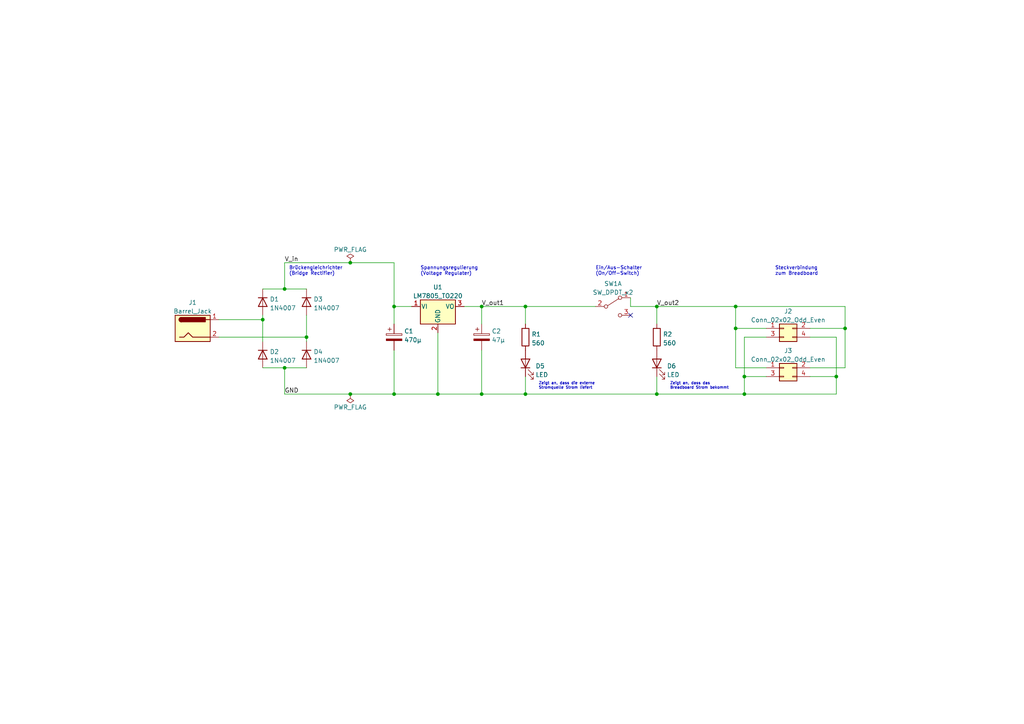
<source format=kicad_sch>
(kicad_sch (version 20211123) (generator eeschema)
  (paper "A4")
  (title_block (title "Stromversorgung für Breadboard") (date "2022-09-23") (rev "1") (company "Aus dem Buch \"KiCad like a Pro\" von Dr. Peter Dalmaris, txplore.com") (comment 1 "DHBW Karlsruhe / Studiengang Wirtschaftsinformatik / Wahlmodul IoT") (comment 2 "Dennis Schulmeister-Zimolong"))
  (lib_symbols
    (symbol "Connector:Barrel_Jack" (pin_names (offset 1.016))
      (property "Reference" "J" (at 0 5.334 0))
      (property "Value" "Barrel_Jack" (at 0 -5.08 0))
      (symbol "Barrel_Jack_0_1"
        (rectangle (start -5.08 3.81) (end 5.08 -3.81) (stroke (width 0.254)) (fill (type background)))
        (arc (start -3.302 3.175) (mid -3.937 2.54) (end -3.302 1.905) (stroke (width 0.254)))
        (arc (start -3.302 3.175) (mid -3.937 2.54) (end -3.302 1.905) (stroke (width 0.254)) (fill (type outline)))
        (polyline (pts (xy 5.08 2.54) (xy 3.81 2.54)) (stroke (width 0.254)))
        (polyline (pts (xy -3.81 -2.54) (xy -2.54 -2.54) (xy -1.27 -1.27) (xy 0 -2.54) (xy 2.54 -2.54) (xy 5.08 -2.54)) (stroke (width 0.254)))
        (rectangle (start 3.683 3.175) (end -3.302 1.905) (stroke (width 0.254)) (fill (type outline)))
      )
      (symbol "Barrel_Jack_1_1"
        (pin passive line (at 7.62 2.54 180) (length 2.54) (name "~") (number "1"))
        (pin passive line (at 7.62 -2.54 180) (length 2.54) (name "~") (number "2"))
      )
    )
    (symbol "Connector_Generic:Conn_02x02_Odd_Even" (pin_names (offset 1.016) hide)
      (property "Reference" "J" (at 1.27 2.54 0))
      (property "Value" "Conn_02x02_Odd_Even" (at 1.27 -5.08 0))
      (symbol "Conn_02x02_Odd_Even_1_1"
        (rectangle (start -1.27 -2.413) (end 0 -2.667) (stroke (width 0.1524)))
        (rectangle (start -1.27 0.127) (end 0 -0.127) (stroke (width 0.1524)))
        (rectangle (start -1.27 1.27) (end 3.81 -3.81) (stroke (width 0.254)) (fill (type background)))
        (rectangle (start 3.81 -2.413) (end 2.54 -2.667) (stroke (width 0.1524)))
        (rectangle (start 3.81 0.127) (end 2.54 -0.127) (stroke (width 0.1524)))
        (pin passive line (at -5.08 0 0) (length 3.81) (name "Pin_1") (number "1"))
        (pin passive line (at 7.62 0 180) (length 3.81) (name "Pin_2") (number "2"))
        (pin passive line (at -5.08 -2.54 0) (length 3.81) (name "Pin_3") (number "3"))
        (pin passive line (at 7.62 -2.54 180) (length 3.81) (name "Pin_4") (number "4"))
      )
    )
    (symbol "Device:C_Polarized" (pin_numbers hide) (pin_names (offset 0.254))
      (property "Reference" "C" (at 0.635 2.54 0))
      (property "Value" "C_Polarized" (at 0.635 -2.54 0))
      (symbol "C_Polarized_0_1"
        (rectangle (start -2.286 0.508) (end 2.286 1.016))
        (polyline (pts (xy -1.778 2.286) (xy -0.762 2.286)))
        (polyline (pts (xy -1.27 2.794) (xy -1.27 1.778)))
        (rectangle (start 2.286 -0.508) (end -2.286 -1.016) (fill (type outline)))
      )
      (symbol "C_Polarized_1_1"
        (pin passive line (at 0 3.81 270) (length 2.794) (name "~") (number "1"))
        (pin passive line (at 0 -3.81 90) (length 2.794) (name "~") (number "2"))
      )
    )
    (symbol "Device:LED" (pin_numbers hide) (pin_names (offset 1.016) hide)
      (property "Reference" "D" (at 0 2.54 0))
      (property "Value" "LED" (at 0 -2.54 0))
      (symbol "LED_0_1"
        (polyline (pts (xy -1.27 -1.27) (xy -1.27 1.27)) (stroke (width 0.254)))
        (polyline (pts (xy -1.27 0) (xy 1.27 0)))
        (polyline (pts (xy 1.27 -1.27) (xy 1.27 1.27) (xy -1.27 0) (xy 1.27 -1.27)) (stroke (width 0.254)))
        (polyline (pts (xy -3.048 -0.762) (xy -4.572 -2.286) (xy -3.81 -2.286) (xy -4.572 -2.286) (xy -4.572 -1.524)))
        (polyline (pts (xy -1.778 -0.762) (xy -3.302 -2.286) (xy -2.54 -2.286) (xy -3.302 -2.286) (xy -3.302 -1.524)))
      )
      (symbol "LED_1_1"
        (pin passive line (at -3.81 0 0) (length 2.54) (name "K") (number "1"))
        (pin passive line (at 3.81 0 180) (length 2.54) (name "A") (number "2"))
      )
    )
    (symbol "Device:R" (pin_numbers hide) (pin_names (offset 0))
      (property "Reference" "R" (at 2.032 0 90))
      (property "Value" "R" (at 0 0 90))
      (symbol "R_0_1"
        (rectangle (start -1.016 -2.54) (end 1.016 2.54) (stroke (width 0.254)))
      )
      (symbol "R_1_1"
        (pin passive line (at 0 3.81 270) (length 1.27) (name "~") (number "1"))
        (pin passive line (at 0 -3.81 90) (length 1.27) (name "~") (number "2"))
      )
    )
    (symbol "Diode:1N4007" (pin_numbers hide) (pin_names (offset 1.016) hide)
      (property "Reference" "D" (at 0 2.54 0))
      (property "Value" "1N4007" (at 0 -2.54 0))
      (symbol "1N4007_0_1"
        (polyline (pts (xy -1.27 1.27) (xy -1.27 -1.27)) (stroke (width 0.254)))
        (polyline (pts (xy 1.27 0) (xy -1.27 0)))
        (polyline (pts (xy 1.27 1.27) (xy 1.27 -1.27) (xy -1.27 0) (xy 1.27 1.27)) (stroke (width 0.254)))
      )
      (symbol "1N4007_1_1"
        (pin passive line (at -3.81 0 0) (length 2.54) (name "K") (number "1"))
        (pin passive line (at 3.81 0 180) (length 2.54) (name "A") (number "2"))
      )
    )
    (symbol "Regulator_Linear:LM7805_TO220" (pin_names (offset 0.254))
      (property "Reference" "U" (at -3.81 3.175 0))
      (property "Value" "LM7805_TO220" (at 0 3.175 0))
      (symbol "LM7805_TO220_0_1"
        (rectangle (start -5.08 1.905) (end 5.08 -5.08) (stroke (width 0.254)) (fill (type background)))
      )
      (symbol "LM7805_TO220_1_1"
        (pin power_in line (at -7.62 0 0) (length 2.54) (name "VI") (number "1"))
        (pin power_in line (at 0 -7.62 90) (length 2.54) (name "GND") (number "2"))
        (pin power_out line (at 7.62 0 180) (length 2.54) (name "VO") (number "3"))
      )
    )
    (symbol "Switch:SW_DPDT_x2" (pin_names (offset 0) hide)
      (property "Reference" "SW" (at 0 4.318 0))
      (property "Value" "SW_DPDT_x2" (at 0 -5.08 0))
      (symbol "SW_DPDT_x2_0_0"
        (circle (center -2.032 0) (radius 0.508))
        (circle (center 2.032 -2.54) (radius 0.508))
      )
      (symbol "SW_DPDT_x2_0_1"
        (polyline (pts (xy -1.524 0.254) (xy 1.651 2.286)))
        (circle (center 2.032 2.54) (radius 0.508))
      )
      (symbol "SW_DPDT_x2_1_1"
        (pin passive line (at 5.08 2.54 180) (length 2.54) (name "A") (number "1"))
        (pin passive line (at -5.08 0 0) (length 2.54) (name "B") (number "2"))
        (pin passive line (at 5.08 -2.54 180) (length 2.54) (name "C") (number "3"))
      )
      (symbol "SW_DPDT_x2_2_1"
        (pin passive line (at 5.08 2.54 180) (length 2.54) (name "A") (number "4"))
        (pin passive line (at -5.08 0 0) (length 2.54) (name "B") (number "5"))
        (pin passive line (at 5.08 -2.54 180) (length 2.54) (name "C") (number "6"))
      )
    )
    (symbol "power:PWR_FLAG" (power) (pin_numbers hide) (pin_names (offset 0) hide)
      (property "Value" "PWR_FLAG" (at 0 3.81 0))
      (symbol "PWR_FLAG_0_0"
        (pin power_out line (at 0 0 90) (length 0) (name "pwr") (number "1"))
      )
      (symbol "PWR_FLAG_0_1"
        (polyline (pts (xy 0 0) (xy 0 1.27) (xy -1.016 1.905) (xy 0 2.54) (xy 1.016 1.905) (xy 0 1.27)))
      )
    )
  )
  (junction (at 88.9 97.79))
  (junction (at 213.36 88.9))
  (junction (at 101.6 76.2))
  (junction (at 127 114.3))
  (junction (at 190.5 88.9))
  (junction (at 245.11 95.25))
  (junction (at 215.9 114.3))
  (junction (at 82.55 83.82))
  (junction (at 213.36 95.25))
  (junction (at 190.5 114.3))
  (junction (at 76.2 92.71))
  (junction (at 152.4 114.3))
  (junction (at 114.3 88.9))
  (junction (at 82.55 106.68))
  (junction (at 139.7 114.3))
  (junction (at 139.7 88.9))
  (junction (at 101.6 114.3))
  (junction (at 242.57 109.22))
  (junction (at 114.3 114.3))
  (junction (at 215.9 109.22))
  (junction (at 152.4 88.9))
  (no_connect (at 182.88 91.44))
  (wire (pts (xy 82.55 83.82) (xy 88.9 83.82)))
  (wire (pts (xy 114.3 76.2) (xy 114.3 88.9)))
  (wire (pts (xy 101.6 114.3) (xy 114.3 114.3)))
  (wire (pts (xy 76.2 92.71) (xy 76.2 99.06)))
  (wire (pts (xy 88.9 91.44) (xy 88.9 97.79)))
  (wire (pts (xy 139.7 88.9) (xy 139.7 93.98)))
  (wire (pts (xy 190.5 114.3) (xy 215.9 114.3)))
  (wire (pts (xy 119.38 88.9) (xy 114.3 88.9)))
  (wire (pts (xy 215.9 114.3) (xy 242.57 114.3)))
  (wire (pts (xy 234.95 97.79) (xy 242.57 97.79)))
  (wire (pts (xy 76.2 83.82) (xy 82.55 83.82)))
  (wire (pts (xy 234.95 106.68) (xy 245.11 106.68)))
  (wire (pts (xy 76.2 106.68) (xy 82.55 106.68)))
  (wire (pts (xy 88.9 97.79) (xy 88.9 99.06)))
  (wire (pts (xy 82.55 114.3) (xy 101.6 114.3)))
  (wire (pts (xy 101.6 76.2) (xy 114.3 76.2)))
  (wire (pts (xy 213.36 88.9) (xy 245.11 88.9)))
  (wire (pts (xy 127 96.52) (xy 127 114.3)))
  (wire (pts (xy 82.55 106.68) (xy 88.9 106.68)))
  (wire (pts (xy 63.5 97.79) (xy 88.9 97.79)))
  (wire (pts (xy 215.9 97.79) (xy 215.9 109.22)))
  (wire (pts (xy 190.5 88.9) (xy 213.36 88.9)))
  (wire (pts (xy 245.11 88.9) (xy 245.11 95.25)))
  (wire (pts (xy 245.11 106.68) (xy 245.11 95.25)))
  (wire (pts (xy 215.9 109.22) (xy 222.25 109.22)))
  (wire (pts (xy 114.3 101.6) (xy 114.3 114.3)))
  (wire (pts (xy 139.7 114.3) (xy 139.7 101.6)))
  (wire (pts (xy 222.25 97.79) (xy 215.9 97.79)))
  (wire (pts (xy 139.7 114.3) (xy 127 114.3)))
  (wire (pts (xy 114.3 114.3) (xy 127 114.3)))
  (wire (pts (xy 234.95 95.25) (xy 245.11 95.25)))
  (wire (pts (xy 242.57 109.22) (xy 242.57 114.3)))
  (wire (pts (xy 213.36 95.25) (xy 213.36 88.9)))
  (wire (pts (xy 152.4 88.9) (xy 172.72 88.9)))
  (wire (pts (xy 190.5 88.9) (xy 190.5 93.98)))
  (wire (pts (xy 82.55 114.3) (xy 82.55 106.68)))
  (wire (pts (xy 213.36 95.25) (xy 213.36 106.68)))
  (wire (pts (xy 234.95 109.22) (xy 242.57 109.22)))
  (wire (pts (xy 82.55 83.82) (xy 82.55 76.2)))
  (wire (pts (xy 63.5 92.71) (xy 76.2 92.71)))
  (wire (pts (xy 76.2 91.44) (xy 76.2 92.71)))
  (wire (pts (xy 182.88 88.9) (xy 190.5 88.9)))
  (wire (pts (xy 139.7 88.9) (xy 152.4 88.9)))
  (wire (pts (xy 190.5 109.22) (xy 190.5 114.3)))
  (wire (pts (xy 134.62 88.9) (xy 139.7 88.9)))
  (wire (pts (xy 215.9 109.22) (xy 215.9 114.3)))
  (wire (pts (xy 152.4 114.3) (xy 190.5 114.3)))
  (wire (pts (xy 182.88 86.36) (xy 182.88 88.9)))
  (wire (pts (xy 152.4 88.9) (xy 152.4 93.98)))
  (wire (pts (xy 213.36 95.25) (xy 222.25 95.25)))
  (wire (pts (xy 82.55 76.2) (xy 101.6 76.2)))
  (wire (pts (xy 152.4 109.22) (xy 152.4 114.3)))
  (wire (pts (xy 213.36 106.68) (xy 222.25 106.68)))
  (wire (pts (xy 152.4 114.3) (xy 139.7 114.3)))
  (wire (pts (xy 242.57 97.79) (xy 242.57 109.22)))
  (wire (pts (xy 114.3 88.9) (xy 114.3 93.98)))
  (text "Brückengleichrichter\n(Bridge Rectifier)" (at 83.82 80.01 0) (effects (font (size 1 1)) (justify left bottom)))
  (text "Ein/Aus-Schalter\n(On/Off-Switch)" (at 172.72 80.01 0) (effects (font (size 1 1)) (justify left bottom)))
  (text "Steckverbindung\nzum Breadboard" (at 224.79 80.01 0) (effects (font (size 1 1)) (justify left bottom)))
  (text "Spannungsregulierung\n(Voltage Regulater)" (at 121.92 80.01 0) (effects (font (size 1 1)) (justify left bottom)))
  (text "Zeigt an, dass das\nBreadboard Strom bekommt" (at 194.31 113.03 0) (effects (font (size 0.8 0.8)) (justify left bottom)))
  (text "Zeigt an, dass die externe\nStromquelle Strom liefert" (at 156.21 113.03 0) (effects (font (size 0.8 0.8)) (justify left bottom)))
  (label "V_out2" (at 190.5 88.9 0))
  (label "V_out1" (at 139.7 88.9 0))
  (label "GND" (at 82.55 114.3 0))
  (label "V_in" (at 82.55 76.2 0))
  (symbol (lib_id "Device:C_Polarized") (at 114.3 97.79 0) (unit 1)
    (property "Reference" "C1" (at 117.221 96.0663 0) (effects (justify left)))
    (property "Value" "470µ" (at 117.221 98.6032 0) (effects (justify left)))
    (property "Footprint" "Capacitor_THT:CP_Radial_D10.0mm_P5.00mm" (effects hide))
  )
  (symbol (lib_id "Connector:Barrel_Jack") (at 55.88 95.25 0) (unit 1)
    (property "Reference" "J1" (at 55.88 87.7402 0))
    (property "Value" "Barrel_Jack" (at 55.88 90.2771 0))
    (property "Footprint" "Connector_BarrelJack:BarrelJack_SwitchcraftConxall_RAPC10U_Horizontal" (effects hide))
  )
  (symbol (lib_id "power:PWR_FLAG") (at 101.6 76.2 0) (unit 1)
    (property "Reference" "#FLG01" (effects hide))
    (property "Value" "PWR_FLAG" (at 101.6 72.39 0))
  )
  (symbol (lib_id "Connector_Generic:Conn_02x02_Odd_Even") (at 227.33 95.25 0) (unit 1)
    (property "Reference" "J2" (at 228.6 90.2802 0))
    (property "Value" "Conn_02x02_Odd_Even" (at 228.6 92.8171 0))
    (property "Footprint" "Connector_PinHeader_2.54mm:PinHeader_2x02_P2.54mm_Vertical" (effects hide))
  )
  (symbol (lib_id "Device:R") (at 152.4 97.79 0) (unit 1)
    (property "Reference" "R1" (at 154.178 96.9553 0) (effects (justify left)))
    (property "Value" "560" (at 154.178 99.4922 0) (effects (justify left)))
    (property "Footprint" "Resistor_THT:R_Axial_DIN0207_L6.3mm_D2.5mm_P7.62mm_Horizontal" (effects hide))
  )
  (symbol (lib_id "Diode:1N4007") (at 88.9 87.63 270) (unit 1)
    (property "Reference" "D3" (at 90.932 86.7953 90) (effects (justify left)))
    (property "Value" "1N4007" (at 90.932 89.3322 90) (effects (justify left)))
    (property "Footprint" "Diode_THT:D_DO-41_SOD81_P10.16mm_Horizontal" (effects hide))
    (property "Datasheet" "http://www.vishay.com/docs/88503/1n4001.pdf" (effects hide))
  )
  (symbol (lib_id "power:PWR_FLAG") (at 101.6 114.3 180) (unit 1)
    (property "Reference" "#FLG02" (effects hide))
    (property "Value" "PWR_FLAG" (at 96.774 118.11 0) (effects (justify right)))
  )
  (symbol (lib_id "Connector_Generic:Conn_02x02_Odd_Even") (at 227.33 106.68 0) (unit 1)
    (property "Reference" "J3" (at 228.6 101.7102 0))
    (property "Value" "Conn_02x02_Odd_Even" (at 228.6 104.2471 0))
    (property "Footprint" "Connector_PinHeader_2.54mm:PinHeader_2x02_P2.54mm_Vertical" (effects hide))
  )
  (symbol (lib_id "Device:LED") (at 152.4 105.41 90) (unit 1)
    (property "Reference" "D5" (at 155.321 106.1628 90) (effects (justify right)))
    (property "Value" "LED" (at 155.321 108.6997 90) (effects (justify right)))
    (property "Footprint" "LED_THT:LED_D5.0mm" (effects hide))
  )
  (symbol (lib_id "Device:R") (at 190.5 97.79 0) (unit 1)
    (property "Reference" "R2" (at 192.278 96.9553 0) (effects (justify left)))
    (property "Value" "560" (at 192.278 99.4922 0) (effects (justify left)))
    (property "Footprint" "Resistor_THT:R_Axial_DIN0207_L6.3mm_D2.5mm_P7.62mm_Horizontal" (effects hide))
  )
  (symbol (lib_id "Regulator_Linear:LM7805_TO220") (at 127 88.9 0) (unit 1)
    (property "Reference" "U1" (at 127 83.2952 0))
    (property "Value" "LM7805_TO220" (at 127 85.8321 0))
    (property "Footprint" "Package_TO_SOT_THT:TO-220-3_Vertical" (effects hide))
    (property "Datasheet" "https://www.onsemi.cn/PowerSolutions/document/MC7800-D.PDF" (effects hide))
  )
  (symbol (lib_id "Diode:1N4007") (at 76.2 87.63 270) (unit 1)
    (property "Reference" "D1" (at 78.232 86.7953 90) (effects (justify left)))
    (property "Value" "1N4007" (at 78.232 89.3322 90) (effects (justify left)))
    (property "Footprint" "Diode_THT:D_DO-41_SOD81_P10.16mm_Horizontal" (effects hide))
    (property "Datasheet" "http://www.vishay.com/docs/88503/1n4001.pdf" (effects hide))
  )
  (symbol (lib_id "Diode:1N4007") (at 88.9 102.87 270) (unit 1)
    (property "Reference" "D4" (at 90.932 102.0353 90) (effects (justify left)))
    (property "Value" "1N4007" (at 90.932 104.5722 90) (effects (justify left)))
    (property "Footprint" "Diode_THT:D_DO-41_SOD81_P10.16mm_Horizontal" (effects hide))
    (property "Datasheet" "http://www.vishay.com/docs/88503/1n4001.pdf" (effects hide))
  )
  (symbol (lib_id "Device:C_Polarized") (at 139.7 97.79 0) (unit 1)
    (property "Reference" "C2" (at 142.621 96.0663 0) (effects (justify left)))
    (property "Value" "47µ" (at 142.621 98.6032 0) (effects (justify left)))
    (property "Footprint" "Capacitor_THT:CP_Radial_D6.3mm_P2.50mm" (effects hide))
  )
  (symbol (lib_id "Diode:1N4007") (at 76.2 102.87 270) (unit 1)
    (property "Reference" "D2" (at 78.232 102.0353 90) (effects (justify left)))
    (property "Value" "1N4007" (at 78.232 104.5722 90) (effects (justify left)))
    (property "Footprint" "Diode_THT:D_DO-41_SOD81_P10.16mm_Horizontal" (effects hide))
    (property "Datasheet" "http://www.vishay.com/docs/88503/1n4001.pdf" (effects hide))
  )
  (symbol (lib_id "Switch:SW_DPDT_x2") (at 177.8 88.9 0) (unit 1)
    (property "Reference" "SW1" (at 177.8 82.2792 0))
    (property "Value" "SW_DPDT_x2" (at 177.8 84.8161 0))
    (property "Footprint" "Button_Switch_THT:SW_CuK_JS202011CQN_DPDT_Straight" (effects hide))
  )
  (symbol (lib_id "Device:LED") (at 190.5 105.41 90) (unit 1)
    (property "Reference" "D6" (at 193.421 106.1628 90) (effects (justify right)))
    (property "Value" "LED" (at 193.421 108.6997 90) (effects (justify right)))
    (property "Footprint" "LED_THT:LED_D5.0mm" (effects hide))
  )
)
</source>
